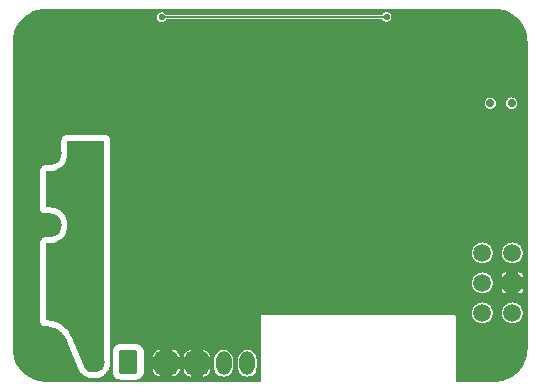
<source format=gbl>
G04*
G04 #@! TF.GenerationSoftware,Altium Limited,Altium Designer,20.1.8 (145)*
G04*
G04 Layer_Physical_Order=2*
G04 Layer_Color=16711680*
%FSAX44Y44*%
%MOMM*%
G71*
G04*
G04 #@! TF.SameCoordinates,10942F88-9478-473C-A78C-30CC682ACA8F*
G04*
G04*
G04 #@! TF.FilePolarity,Positive*
G04*
G01*
G75*
%ADD16C,0.1270*%
%ADD51C,1.5000*%
G04:AMPARAMS|DCode=52|XSize=1.5mm|YSize=1.5mm|CornerRadius=0.15mm|HoleSize=0mm|Usage=FLASHONLY|Rotation=180.000|XOffset=0mm|YOffset=0mm|HoleType=Round|Shape=RoundedRectangle|*
%AMROUNDEDRECTD52*
21,1,1.5000,1.2000,0,0,180.0*
21,1,1.2000,1.5000,0,0,180.0*
1,1,0.3000,-0.6000,0.6000*
1,1,0.3000,0.6000,0.6000*
1,1,0.3000,0.6000,-0.6000*
1,1,0.3000,-0.6000,-0.6000*
%
%ADD52ROUNDEDRECTD52*%
%ADD66C,0.6700*%
G04:AMPARAMS|DCode=67|XSize=1.6mm|YSize=2mm|CornerRadius=0.16mm|HoleSize=0mm|Usage=FLASHONLY|Rotation=0.000|XOffset=0mm|YOffset=0mm|HoleType=Round|Shape=RoundedRectangle|*
%AMROUNDEDRECTD67*
21,1,1.6000,1.6800,0,0,0.0*
21,1,1.2800,2.0000,0,0,0.0*
1,1,0.3200,0.6400,-0.8400*
1,1,0.3200,-0.6400,-0.8400*
1,1,0.3200,-0.6400,0.8400*
1,1,0.3200,0.6400,0.8400*
%
%ADD67ROUNDEDRECTD67*%
%ADD68C,1.8000*%
%ADD69O,4.0000X2.0000*%
%ADD70C,0.7000*%
%ADD71C,3.8000*%
G04:AMPARAMS|DCode=72|XSize=1.3mm|YSize=2mm|CornerRadius=0.65mm|HoleSize=0mm|Usage=FLASHONLY|Rotation=0.000|XOffset=0mm|YOffset=0mm|HoleType=Round|Shape=RoundedRectangle|*
%AMROUNDEDRECTD72*
21,1,1.3000,0.7000,0,0,0.0*
21,1,0.0000,2.0000,0,0,0.0*
1,1,1.3000,0.0000,-0.3500*
1,1,1.3000,0.0000,-0.3500*
1,1,1.3000,0.0000,0.3500*
1,1,1.3000,0.0000,0.3500*
%
%ADD72ROUNDEDRECTD72*%
G04:AMPARAMS|DCode=73|XSize=2mm|YSize=2mm|CornerRadius=0.5mm|HoleSize=0mm|Usage=FLASHONLY|Rotation=0.000|XOffset=0mm|YOffset=0mm|HoleType=Round|Shape=RoundedRectangle|*
%AMROUNDEDRECTD73*
21,1,2.0000,1.0000,0,0,0.0*
21,1,1.0000,2.0000,0,0,0.0*
1,1,1.0000,0.5000,-0.5000*
1,1,1.0000,-0.5000,-0.5000*
1,1,1.0000,-0.5000,0.5000*
1,1,1.0000,0.5000,0.5000*
%
%ADD73ROUNDEDRECTD73*%
%ADD74C,0.6600*%
%ADD75C,0.5600*%
G36*
X00030000Y00317855D02*
X00410000D01*
X00410084Y00317866D01*
X00412187Y00317783D01*
X00414360Y00317526D01*
X00416506Y00317099D01*
X00418612Y00316505D01*
X00420665Y00315748D01*
X00422652Y00314832D01*
X00424562Y00313762D01*
X00426381Y00312547D01*
X00428100Y00311192D01*
X00429706Y00309706D01*
X00431192Y00308099D01*
X00432547Y00306381D01*
X00433762Y00304562D01*
X00434832Y00302652D01*
X00435748Y00300665D01*
X00436505Y00298612D01*
X00437099Y00296506D01*
X00437526Y00294360D01*
X00437783Y00292187D01*
X00437820Y00291262D01*
X00437855Y00290000D01*
X00437855Y00290000D01*
X00437855Y00288761D01*
Y00030000D01*
X00437866Y00029915D01*
X00437783Y00027813D01*
X00437526Y00025640D01*
X00437099Y00023494D01*
X00436505Y00021388D01*
X00435748Y00019335D01*
X00434832Y00017348D01*
X00433762Y00015438D01*
X00432547Y00013619D01*
X00431192Y00011901D01*
X00429706Y00010294D01*
X00428100Y00008808D01*
X00426381Y00007454D01*
X00424562Y00006238D01*
X00422652Y00005168D01*
X00420665Y00004252D01*
X00418612Y00003495D01*
X00416506Y00002901D01*
X00414360Y00002474D01*
X00412187Y00002217D01*
X00411261Y00002181D01*
X00410000Y00002145D01*
X00410000Y00002145D01*
X00408752Y00002145D01*
X00377494D01*
Y00057227D01*
X00377396Y00057722D01*
X00377115Y00058142D01*
X00376695Y00058423D01*
X00376200Y00058522D01*
X00213121D01*
X00212626Y00058423D01*
X00212206Y00058142D01*
X00211925Y00057722D01*
X00211827Y00057227D01*
Y00002145D01*
X00030000D01*
X00029915Y00002134D01*
X00027813Y00002217D01*
X00025640Y00002474D01*
X00023494Y00002901D01*
X00021388Y00003495D01*
X00019335Y00004252D01*
X00017348Y00005168D01*
X00015438Y00006238D01*
X00013619Y00007453D01*
X00011901Y00008808D01*
X00010294Y00010294D01*
X00008808Y00011901D01*
X00007454Y00013619D01*
X00006238Y00015438D01*
X00005168Y00017348D01*
X00004252Y00019335D01*
X00003495Y00021388D01*
X00002901Y00023494D01*
X00002474Y00025640D01*
X00002217Y00027813D01*
X00002134Y00029915D01*
X00002145Y00030000D01*
Y00290369D01*
X00002217Y00292187D01*
X00002474Y00294360D01*
X00002901Y00296506D01*
X00003495Y00298612D01*
X00004252Y00300665D01*
X00005168Y00302652D01*
X00006238Y00304562D01*
X00007453Y00306381D01*
X00008808Y00308099D01*
X00010294Y00309706D01*
X00011901Y00311192D01*
X00013619Y00312547D01*
X00015438Y00313762D01*
X00017348Y00314832D01*
X00019335Y00315748D01*
X00021388Y00316505D01*
X00023494Y00317099D01*
X00025640Y00317526D01*
X00027813Y00317783D01*
X00029915Y00317866D01*
X00030000Y00317855D01*
D02*
G37*
%LPC*%
G36*
X00318568Y00315070D02*
X00317771Y00314991D01*
X00317003Y00314758D01*
X00316296Y00314380D01*
X00315676Y00313872D01*
X00315168Y00313252D01*
X00314981Y00312901D01*
X00131588Y00312901D01*
X00131537Y00312998D01*
X00131028Y00313618D01*
X00130408Y00314126D01*
X00129701Y00314504D01*
X00128934Y00314737D01*
X00128136Y00314816D01*
X00127338Y00314737D01*
X00126571Y00314504D01*
X00125864Y00314126D01*
X00125244Y00313618D01*
X00124736Y00312998D01*
X00124358Y00312291D01*
X00124125Y00311524D01*
X00124046Y00310726D01*
X00124125Y00309928D01*
X00124358Y00309161D01*
X00124736Y00308454D01*
X00125244Y00307834D01*
X00125864Y00307325D01*
X00126571Y00306947D01*
X00127338Y00306715D01*
X00128136Y00306636D01*
X00128934Y00306715D01*
X00129701Y00306947D01*
X00130408Y00307325D01*
X00131028Y00307834D01*
X00131537Y00308454D01*
X00131860Y00309058D01*
X00314981Y00309058D01*
X00315168Y00308708D01*
X00315676Y00308088D01*
X00316296Y00307579D01*
X00317003Y00307201D01*
X00317771Y00306969D01*
X00318568Y00306890D01*
X00319366Y00306969D01*
X00320133Y00307201D01*
X00320840Y00307579D01*
X00321460Y00308088D01*
X00321969Y00308708D01*
X00322347Y00309415D01*
X00322579Y00310182D01*
X00322658Y00310980D01*
X00322579Y00311778D01*
X00322347Y00312545D01*
X00321969Y00313252D01*
X00321460Y00313872D01*
X00320840Y00314380D01*
X00320133Y00314758D01*
X00319366Y00314991D01*
X00318568Y00315070D01*
D02*
G37*
G36*
X00146268Y00278996D02*
X00145612Y00278931D01*
X00144980Y00278740D01*
X00144398Y00278429D01*
X00143888Y00278010D01*
X00143469Y00277500D01*
X00143158Y00276918D01*
X00142967Y00276287D01*
X00142902Y00275630D01*
X00142967Y00274973D01*
X00143158Y00274342D01*
X00143469Y00273760D01*
X00143888Y00273250D01*
X00144398Y00272831D01*
X00144980Y00272520D01*
X00145612Y00272328D01*
X00146268Y00272264D01*
X00146925Y00272328D01*
X00147557Y00272520D01*
X00148139Y00272831D01*
X00148649Y00273250D01*
X00149067Y00273760D01*
X00149378Y00274342D01*
X00149570Y00274973D01*
X00149635Y00275630D01*
X00149570Y00276287D01*
X00149378Y00276918D01*
X00149067Y00277500D01*
X00148649Y00278010D01*
X00148139Y00278429D01*
X00147557Y00278740D01*
X00146925Y00278931D01*
X00146268Y00278996D01*
D02*
G37*
G36*
X00424384Y00242793D02*
X00423449Y00242701D01*
X00422550Y00242428D01*
X00421721Y00241985D01*
X00420995Y00241389D01*
X00420399Y00240663D01*
X00419956Y00239834D01*
X00419683Y00238935D01*
X00419591Y00238000D01*
X00419683Y00237065D01*
X00419956Y00236166D01*
X00420399Y00235337D01*
X00420995Y00234611D01*
X00421721Y00234015D01*
X00422550Y00233572D01*
X00423449Y00233299D01*
X00424384Y00233207D01*
X00425319Y00233299D01*
X00426218Y00233572D01*
X00427047Y00234015D01*
X00427773Y00234611D01*
X00428369Y00235337D01*
X00428812Y00236166D01*
X00429085Y00237065D01*
X00429177Y00238000D01*
X00429085Y00238935D01*
X00428812Y00239834D01*
X00428369Y00240663D01*
X00427773Y00241389D01*
X00427047Y00241985D01*
X00426218Y00242428D01*
X00425319Y00242701D01*
X00424384Y00242793D01*
D02*
G37*
G36*
X00406384D02*
X00405449Y00242701D01*
X00404550Y00242428D01*
X00403721Y00241985D01*
X00402995Y00241389D01*
X00402399Y00240663D01*
X00401956Y00239834D01*
X00401683Y00238935D01*
X00401591Y00238000D01*
X00401683Y00237065D01*
X00401956Y00236166D01*
X00402399Y00235337D01*
X00402995Y00234611D01*
X00403721Y00234015D01*
X00404550Y00233572D01*
X00405449Y00233299D01*
X00406384Y00233207D01*
X00407319Y00233299D01*
X00408218Y00233572D01*
X00409047Y00234015D01*
X00409773Y00234611D01*
X00410369Y00235337D01*
X00410812Y00236166D01*
X00411085Y00237065D01*
X00411177Y00238000D01*
X00411085Y00238935D01*
X00410812Y00239834D01*
X00410369Y00240663D01*
X00409773Y00241389D01*
X00409047Y00241985D01*
X00408218Y00242428D01*
X00407319Y00242701D01*
X00406384Y00242793D01*
D02*
G37*
G36*
X00425066Y00120021D02*
X00423919Y00119946D01*
X00422791Y00119721D01*
X00421703Y00119352D01*
X00420672Y00118843D01*
X00419716Y00118205D01*
X00418851Y00117447D01*
X00418093Y00116582D01*
X00417455Y00115626D01*
X00416946Y00114595D01*
X00416577Y00113507D01*
X00416352Y00112379D01*
X00416277Y00111232D01*
X00416352Y00110085D01*
X00416577Y00108957D01*
X00416946Y00107869D01*
X00417455Y00106838D01*
X00418093Y00105882D01*
X00418851Y00105017D01*
X00419716Y00104259D01*
X00420672Y00103621D01*
X00421703Y00103112D01*
X00422791Y00102743D01*
X00423919Y00102518D01*
X00425066Y00102443D01*
X00426213Y00102518D01*
X00427341Y00102743D01*
X00428429Y00103112D01*
X00429460Y00103621D01*
X00430416Y00104259D01*
X00431281Y00105017D01*
X00432039Y00105882D01*
X00432677Y00106838D01*
X00433186Y00107869D01*
X00433555Y00108957D01*
X00433780Y00110085D01*
X00433855Y00111232D01*
X00433780Y00112379D01*
X00433555Y00113507D01*
X00433186Y00114595D01*
X00432677Y00115626D01*
X00432039Y00116582D01*
X00431281Y00117447D01*
X00430416Y00118205D01*
X00429460Y00118843D01*
X00428429Y00119352D01*
X00427341Y00119721D01*
X00426213Y00119946D01*
X00425066Y00120021D01*
D02*
G37*
G36*
X00399666D02*
X00398519Y00119946D01*
X00397391Y00119721D01*
X00396303Y00119352D01*
X00395272Y00118843D01*
X00394316Y00118205D01*
X00393451Y00117447D01*
X00392693Y00116582D01*
X00392055Y00115626D01*
X00391546Y00114595D01*
X00391177Y00113507D01*
X00390952Y00112379D01*
X00390877Y00111232D01*
X00390952Y00110085D01*
X00391177Y00108957D01*
X00391546Y00107869D01*
X00392055Y00106838D01*
X00392693Y00105882D01*
X00393451Y00105017D01*
X00394316Y00104259D01*
X00395272Y00103621D01*
X00396303Y00103112D01*
X00397391Y00102743D01*
X00398519Y00102518D01*
X00399666Y00102443D01*
X00400813Y00102518D01*
X00401941Y00102743D01*
X00403029Y00103112D01*
X00404060Y00103621D01*
X00405016Y00104259D01*
X00405881Y00105017D01*
X00406639Y00105882D01*
X00407277Y00106838D01*
X00407786Y00107869D01*
X00408155Y00108957D01*
X00408380Y00110085D01*
X00408455Y00111232D01*
X00408380Y00112379D01*
X00408155Y00113507D01*
X00407786Y00114595D01*
X00407277Y00115626D01*
X00406639Y00116582D01*
X00405881Y00117447D01*
X00405016Y00118205D01*
X00404060Y00118843D01*
X00403029Y00119352D01*
X00401941Y00119721D01*
X00400813Y00119946D01*
X00399666Y00120021D01*
D02*
G37*
G36*
X00431066Y00094626D02*
X00430146D01*
Y00090912D01*
X00433860D01*
Y00091832D01*
X00433765Y00092555D01*
X00433486Y00093229D01*
X00433042Y00093808D01*
X00432463Y00094252D01*
X00431789Y00094531D01*
X00431066Y00094626D01*
D02*
G37*
G36*
X00419986D02*
X00419066D01*
X00418343Y00094531D01*
X00417669Y00094252D01*
X00417090Y00093808D01*
X00416646Y00093229D01*
X00416367Y00092555D01*
X00416272Y00091832D01*
Y00090912D01*
X00419986D01*
Y00094626D01*
D02*
G37*
G36*
X00399666Y00094621D02*
X00398519Y00094546D01*
X00397391Y00094321D01*
X00396303Y00093952D01*
X00395272Y00093443D01*
X00394316Y00092805D01*
X00393451Y00092047D01*
X00392693Y00091182D01*
X00392055Y00090226D01*
X00391546Y00089195D01*
X00391177Y00088107D01*
X00390952Y00086979D01*
X00390877Y00085832D01*
X00390952Y00084685D01*
X00391177Y00083557D01*
X00391546Y00082469D01*
X00392055Y00081438D01*
X00392693Y00080482D01*
X00393451Y00079617D01*
X00394316Y00078859D01*
X00395272Y00078221D01*
X00396303Y00077712D01*
X00397391Y00077343D01*
X00398519Y00077118D01*
X00399666Y00077043D01*
X00400813Y00077118D01*
X00401941Y00077343D01*
X00403029Y00077712D01*
X00404060Y00078221D01*
X00405016Y00078859D01*
X00405881Y00079617D01*
X00406639Y00080482D01*
X00407277Y00081438D01*
X00407786Y00082469D01*
X00408155Y00083557D01*
X00408380Y00084685D01*
X00408455Y00085832D01*
X00408380Y00086979D01*
X00408155Y00088107D01*
X00407786Y00089195D01*
X00407277Y00090226D01*
X00406639Y00091182D01*
X00405881Y00092047D01*
X00405016Y00092805D01*
X00404060Y00093443D01*
X00403029Y00093952D01*
X00401941Y00094321D01*
X00400813Y00094546D01*
X00399666Y00094621D01*
D02*
G37*
G36*
X00433860Y00080752D02*
X00430146D01*
Y00077038D01*
X00431066D01*
X00431789Y00077133D01*
X00432463Y00077412D01*
X00433042Y00077856D01*
X00433486Y00078435D01*
X00433765Y00079109D01*
X00433860Y00079832D01*
Y00080752D01*
D02*
G37*
G36*
X00419986D02*
X00416272D01*
Y00079832D01*
X00416367Y00079109D01*
X00416646Y00078435D01*
X00417090Y00077856D01*
X00417669Y00077412D01*
X00418343Y00077133D01*
X00419066Y00077038D01*
X00419986D01*
Y00080752D01*
D02*
G37*
G36*
X00425066Y00069221D02*
X00423919Y00069146D01*
X00422791Y00068921D01*
X00421703Y00068552D01*
X00420672Y00068043D01*
X00419716Y00067405D01*
X00418851Y00066647D01*
X00418093Y00065782D01*
X00417455Y00064826D01*
X00416946Y00063795D01*
X00416577Y00062707D01*
X00416352Y00061579D01*
X00416277Y00060432D01*
X00416352Y00059285D01*
X00416577Y00058157D01*
X00416946Y00057069D01*
X00417455Y00056038D01*
X00418093Y00055082D01*
X00418851Y00054217D01*
X00419716Y00053459D01*
X00420672Y00052821D01*
X00421703Y00052312D01*
X00422791Y00051943D01*
X00423919Y00051718D01*
X00425066Y00051643D01*
X00426213Y00051718D01*
X00427341Y00051943D01*
X00428429Y00052312D01*
X00429460Y00052821D01*
X00430416Y00053459D01*
X00431281Y00054217D01*
X00432039Y00055082D01*
X00432677Y00056038D01*
X00433186Y00057069D01*
X00433555Y00058157D01*
X00433780Y00059285D01*
X00433855Y00060432D01*
X00433780Y00061579D01*
X00433555Y00062707D01*
X00433186Y00063795D01*
X00432677Y00064826D01*
X00432039Y00065782D01*
X00431281Y00066647D01*
X00430416Y00067405D01*
X00429460Y00068043D01*
X00428429Y00068552D01*
X00427341Y00068921D01*
X00426213Y00069146D01*
X00425066Y00069221D01*
D02*
G37*
G36*
X00399666D02*
X00398519Y00069146D01*
X00397391Y00068921D01*
X00396303Y00068552D01*
X00395272Y00068043D01*
X00394316Y00067405D01*
X00393451Y00066647D01*
X00392693Y00065782D01*
X00392055Y00064826D01*
X00391546Y00063795D01*
X00391177Y00062707D01*
X00390952Y00061579D01*
X00390877Y00060432D01*
X00390952Y00059285D01*
X00391177Y00058157D01*
X00391546Y00057069D01*
X00392055Y00056038D01*
X00392693Y00055082D01*
X00393451Y00054217D01*
X00394316Y00053459D01*
X00395272Y00052821D01*
X00396303Y00052312D01*
X00397391Y00051943D01*
X00398519Y00051718D01*
X00399666Y00051643D01*
X00400813Y00051718D01*
X00401941Y00051943D01*
X00403029Y00052312D01*
X00404060Y00052821D01*
X00405016Y00053459D01*
X00405881Y00054217D01*
X00406639Y00055082D01*
X00407277Y00056038D01*
X00407786Y00057069D01*
X00408155Y00058157D01*
X00408380Y00059285D01*
X00408455Y00060432D01*
X00408380Y00061579D01*
X00408155Y00062707D01*
X00407786Y00063795D01*
X00407277Y00064826D01*
X00406639Y00065782D01*
X00405881Y00066647D01*
X00405016Y00067405D01*
X00404060Y00068043D01*
X00403029Y00068552D01*
X00401941Y00068921D01*
X00400813Y00069146D01*
X00399666Y00069221D01*
D02*
G37*
G36*
X00137140Y00029287D02*
Y00023084D01*
X00143343D01*
X00143272Y00023988D01*
X00143042Y00024948D01*
X00142664Y00025859D01*
X00142148Y00026701D01*
X00141507Y00027451D01*
X00140757Y00028092D01*
X00139915Y00028608D01*
X00139004Y00028986D01*
X00138044Y00029216D01*
X00137140Y00029287D01*
D02*
G37*
G36*
X00126980D02*
X00126076Y00029216D01*
X00125117Y00028986D01*
X00124205Y00028608D01*
X00123363Y00028092D01*
X00122613Y00027451D01*
X00121972Y00026701D01*
X00121456Y00025859D01*
X00121078Y00024948D01*
X00120848Y00023988D01*
X00120777Y00023084D01*
X00126980D01*
Y00029287D01*
D02*
G37*
G36*
X00163048Y00029033D02*
Y00022830D01*
X00169251D01*
X00169180Y00023734D01*
X00168950Y00024694D01*
X00168572Y00025605D01*
X00168056Y00026447D01*
X00167415Y00027197D01*
X00166665Y00027838D01*
X00165823Y00028354D01*
X00164912Y00028732D01*
X00163952Y00028962D01*
X00163048Y00029033D01*
D02*
G37*
G36*
X00152888D02*
X00151984Y00028962D01*
X00151025Y00028732D01*
X00150113Y00028354D01*
X00149271Y00027838D01*
X00148521Y00027197D01*
X00147880Y00026447D01*
X00147364Y00025605D01*
X00146986Y00024694D01*
X00146756Y00023734D01*
X00146685Y00022830D01*
X00152888D01*
Y00029033D01*
D02*
G37*
G36*
X00143343Y00012924D02*
X00137140D01*
Y00006721D01*
X00138044Y00006792D01*
X00139004Y00007023D01*
X00139915Y00007400D01*
X00140757Y00007916D01*
X00141507Y00008557D01*
X00142148Y00009307D01*
X00142664Y00010149D01*
X00143042Y00011061D01*
X00143272Y00012020D01*
X00143343Y00012924D01*
D02*
G37*
G36*
X00126980D02*
X00120777D01*
X00120848Y00012020D01*
X00121078Y00011061D01*
X00121456Y00010149D01*
X00121972Y00009307D01*
X00122613Y00008557D01*
X00123363Y00007916D01*
X00124205Y00007400D01*
X00125117Y00007023D01*
X00126076Y00006792D01*
X00126980Y00006721D01*
Y00012924D01*
D02*
G37*
G36*
X00169251Y00012670D02*
X00163048D01*
Y00006467D01*
X00163952Y00006538D01*
X00164912Y00006769D01*
X00165823Y00007146D01*
X00166665Y00007662D01*
X00167415Y00008303D01*
X00168056Y00009053D01*
X00168572Y00009895D01*
X00168950Y00010806D01*
X00169180Y00011766D01*
X00169251Y00012670D01*
D02*
G37*
G36*
X00152888D02*
X00146685D01*
X00146756Y00011766D01*
X00146986Y00010806D01*
X00147364Y00009895D01*
X00147880Y00009053D01*
X00148521Y00008303D01*
X00149271Y00007662D01*
X00150113Y00007146D01*
X00151025Y00006769D01*
X00151984Y00006538D01*
X00152888Y00006467D01*
Y00012670D01*
D02*
G37*
G36*
X00200640Y00029044D02*
X00199421Y00028948D01*
X00198232Y00028663D01*
X00197102Y00028195D01*
X00196059Y00027556D01*
X00195129Y00026761D01*
X00194335Y00025831D01*
X00193696Y00024788D01*
X00193228Y00023659D01*
X00192942Y00022469D01*
X00192846Y00021250D01*
Y00014250D01*
X00192942Y00013031D01*
X00193228Y00011842D01*
X00193696Y00010712D01*
X00194335Y00009669D01*
X00195129Y00008739D01*
X00196059Y00007944D01*
X00197102Y00007305D01*
X00198232Y00006837D01*
X00199421Y00006552D01*
X00200640Y00006456D01*
X00201859Y00006552D01*
X00203048Y00006837D01*
X00204178Y00007305D01*
X00205221Y00007944D01*
X00206151Y00008739D01*
X00206945Y00009669D01*
X00207584Y00010712D01*
X00208053Y00011842D01*
X00208338Y00013031D01*
X00208434Y00014250D01*
Y00021250D01*
X00208338Y00022469D01*
X00208053Y00023659D01*
X00207584Y00024788D01*
X00206945Y00025831D01*
X00206151Y00026761D01*
X00205221Y00027556D01*
X00204178Y00028195D01*
X00203048Y00028663D01*
X00201859Y00028948D01*
X00200640Y00029044D01*
D02*
G37*
G36*
X00180524D02*
X00179305Y00028948D01*
X00178116Y00028663D01*
X00176986Y00028195D01*
X00175943Y00027556D01*
X00175013Y00026761D01*
X00174219Y00025831D01*
X00173580Y00024788D01*
X00173111Y00023659D01*
X00172826Y00022469D01*
X00172730Y00021250D01*
Y00014250D01*
X00172826Y00013031D01*
X00173111Y00011842D01*
X00173580Y00010712D01*
X00174219Y00009669D01*
X00175013Y00008739D01*
X00175943Y00007944D01*
X00176986Y00007305D01*
X00178116Y00006837D01*
X00179305Y00006552D01*
X00180524Y00006456D01*
X00181743Y00006552D01*
X00182932Y00006837D01*
X00184062Y00007305D01*
X00185105Y00007944D01*
X00186035Y00008739D01*
X00186829Y00009669D01*
X00187468Y00010712D01*
X00187937Y00011842D01*
X00188222Y00013031D01*
X00188318Y00014250D01*
Y00021250D01*
X00188222Y00022469D01*
X00187937Y00023659D01*
X00187468Y00024788D01*
X00186829Y00025831D01*
X00186035Y00026761D01*
X00185105Y00027556D01*
X00184062Y00028195D01*
X00182932Y00028663D01*
X00181743Y00028948D01*
X00180524Y00029044D01*
D02*
G37*
G36*
X00079591Y00211361D02*
X00048353Y00211361D01*
X00047357Y00211263D01*
X00046399Y00210972D01*
X00045517Y00210501D01*
X00044743Y00209866D01*
X00044109Y00209092D01*
X00043637Y00208210D01*
X00043346Y00207252D01*
X00043248Y00206256D01*
X00043248Y00195631D01*
X00043178Y00194383D01*
X00042991Y00193279D01*
X00042681Y00192202D01*
X00042252Y00191167D01*
X00041710Y00190187D01*
X00041061Y00189273D01*
X00040315Y00188437D01*
X00039479Y00187691D01*
X00038565Y00187042D01*
X00037585Y00186500D01*
X00036550Y00186072D01*
X00035473Y00185761D01*
X00034369Y00185574D01*
X00033107Y00185503D01*
X00030000D01*
X00029004Y00185405D01*
X00028047Y00185114D01*
X00027164Y00184643D01*
X00026391Y00184008D01*
X00025756Y00183234D01*
X00025284Y00182352D01*
X00024994Y00181394D01*
X00024895Y00180398D01*
X00024895Y00149608D01*
X00024994Y00148612D01*
X00025284Y00147654D01*
X00025756Y00146772D01*
X00026391Y00145998D01*
X00027164Y00145364D01*
X00028047Y00144892D01*
X00029004Y00144601D01*
X00030000Y00144503D01*
X00033107D01*
X00034369Y00144432D01*
X00035473Y00144245D01*
X00036550Y00143935D01*
X00037585Y00143506D01*
X00038565Y00142964D01*
X00039479Y00142316D01*
X00040315Y00141569D01*
X00041061Y00140733D01*
X00041710Y00139820D01*
X00042252Y00138839D01*
X00042681Y00137804D01*
X00042991Y00136727D01*
X00043178Y00135623D01*
X00043241Y00134504D01*
X00043178Y00133385D01*
X00042991Y00132281D01*
X00042681Y00131204D01*
X00042252Y00130169D01*
X00041710Y00129189D01*
X00041061Y00128275D01*
X00040315Y00127439D01*
X00039479Y00126693D01*
X00038565Y00126044D01*
X00037585Y00125503D01*
X00036550Y00125074D01*
X00035473Y00124763D01*
X00034369Y00124576D01*
X00033107Y00124505D01*
X00030000D01*
X00029004Y00124407D01*
X00028047Y00124116D01*
X00027164Y00123645D01*
X00026391Y00123010D01*
X00025756Y00122236D01*
X00025284Y00121354D01*
X00024994Y00120396D01*
X00024896Y00119400D01*
X00024896Y00054103D01*
X00024934Y00053716D01*
X00024955Y00053326D01*
X00024983Y00053218D01*
X00024994Y00053107D01*
X00025107Y00052734D01*
X00025203Y00052357D01*
X00025252Y00052256D01*
X00025284Y00052150D01*
X00025468Y00051806D01*
X00025636Y00051455D01*
X00025703Y00051365D01*
X00025756Y00051267D01*
X00026003Y00050966D01*
X00026237Y00050654D01*
X00026320Y00050580D01*
X00026391Y00050493D01*
X00026692Y00050247D01*
X00026982Y00049986D01*
X00027078Y00049929D01*
X00027164Y00049859D01*
X00027507Y00049675D01*
X00027843Y00049477D01*
X00027948Y00049440D01*
X00028047Y00049387D01*
X00028419Y00049274D01*
X00028787Y00049145D01*
X00028897Y00049129D01*
X00029004Y00049096D01*
X00029392Y00049058D01*
X00029777Y00049003D01*
X00031655Y00048921D01*
X00033298Y00048705D01*
X00034916Y00048346D01*
X00036496Y00047848D01*
X00038027Y00047214D01*
X00039497Y00046449D01*
X00040894Y00045559D01*
X00042209Y00044550D01*
X00043430Y00043430D01*
X00044550Y00042209D01*
X00045559Y00040894D01*
X00046449Y00039497D01*
X00046847Y00038731D01*
X00046905Y00038643D01*
X00046948Y00038546D01*
X00047417Y00037731D01*
X00047788Y00036849D01*
X00057590Y00013552D01*
X00057830Y00012981D01*
X00057998Y00012670D01*
X00058148Y00012349D01*
X00058786Y00011274D01*
X00058996Y00010989D01*
X00059189Y00010692D01*
X00059970Y00009716D01*
X00060217Y00009462D01*
X00060449Y00009195D01*
X00061357Y00008336D01*
X00061637Y00008119D01*
X00061903Y00007886D01*
X00062922Y00007161D01*
X00063229Y00006985D01*
X00063525Y00006792D01*
X00064634Y00006214D01*
X00064962Y00006082D01*
X00065283Y00005932D01*
X00066461Y00005513D01*
X00066804Y00005428D01*
X00067142Y00005323D01*
X00068367Y00005071D01*
X00068719Y00005034D01*
X00069068Y00004977D01*
X00070316Y00004897D01*
X00070670Y00004909D01*
X00071023Y00004901D01*
X00072270Y00004994D01*
X00072619Y00005055D01*
X00072970Y00005095D01*
X00074192Y00005360D01*
X00074529Y00005469D01*
X00074872Y00005558D01*
X00076045Y00005989D01*
X00076364Y00006143D01*
X00076691Y00006278D01*
X00077794Y00006867D01*
X00078088Y00007064D01*
X00078393Y00007243D01*
X00079404Y00007979D01*
X00079668Y00008215D01*
X00079945Y00008434D01*
X00080845Y00009303D01*
X00081074Y00009573D01*
X00081318Y00009829D01*
X00082089Y00010814D01*
X00082278Y00011112D01*
X00082485Y00011400D01*
X00083112Y00012481D01*
X00083258Y00012803D01*
X00083423Y00013117D01*
X00083895Y00014275D01*
X00083995Y00014614D01*
X00084115Y00014947D01*
X00084422Y00016159D01*
X00084475Y00016509D01*
X00084548Y00016855D01*
X00084684Y00018098D01*
X00084688Y00018452D01*
X00084712Y00018805D01*
X00084696Y00019339D01*
X00084696Y00206257D01*
X00084598Y00207252D01*
X00084307Y00208210D01*
X00083836Y00209092D01*
X00083201Y00209866D01*
X00082427Y00210501D01*
X00081545Y00210972D01*
X00080587Y00211263D01*
X00079591Y00211361D01*
D02*
G37*
G36*
X00106128Y00034121D02*
X00093328D01*
X00092279Y00034038D01*
X00091257Y00033793D01*
X00090286Y00033390D01*
X00089389Y00032841D01*
X00088589Y00032158D01*
X00087907Y00031359D01*
X00087357Y00030462D01*
X00086955Y00029491D01*
X00086709Y00028468D01*
X00086627Y00027420D01*
Y00010620D01*
X00086709Y00009572D01*
X00086955Y00008549D01*
X00087357Y00007578D01*
X00087907Y00006682D01*
X00088589Y00005882D01*
X00089389Y00005199D01*
X00090286Y00004650D01*
X00091257Y00004247D01*
X00092279Y00004002D01*
X00093328Y00003919D01*
X00106128D01*
X00107176Y00004002D01*
X00108198Y00004247D01*
X00109170Y00004650D01*
X00110066Y00005199D01*
X00110866Y00005882D01*
X00111548Y00006682D01*
X00112098Y00007578D01*
X00112500Y00008549D01*
X00112746Y00009572D01*
X00112828Y00010620D01*
Y00027420D01*
X00112746Y00028468D01*
X00112500Y00029491D01*
X00112098Y00030462D01*
X00111548Y00031359D01*
X00110866Y00032158D01*
X00110066Y00032841D01*
X00109170Y00033390D01*
X00108198Y00033793D01*
X00107176Y00034038D01*
X00106128Y00034121D01*
D02*
G37*
%LPD*%
G36*
X00079591Y00019279D02*
X00079591Y00019279D01*
X00079609Y00018654D01*
X00079473Y00017411D01*
X00079167Y00016199D01*
X00078695Y00015041D01*
X00078068Y00013959D01*
X00077298Y00012974D01*
X00076399Y00012106D01*
X00075388Y00011370D01*
X00074285Y00010780D01*
X00073112Y00010349D01*
X00071890Y00010084D01*
X00070643Y00009991D01*
X00069395Y00010071D01*
X00068170Y00010323D01*
X00066992Y00010741D01*
X00065883Y00011319D01*
X00064865Y00012044D01*
X00063956Y00012904D01*
X00063175Y00013880D01*
X00062537Y00014955D01*
X00062295Y00015532D01*
X00052493Y00038829D01*
X00052000Y00040000D01*
Y00040000D01*
X00051375Y00041088D01*
X00050874Y00042052D01*
X00049744Y00043825D01*
X00048464Y00045493D01*
X00047043Y00047043D01*
X00045493Y00048464D01*
X00043825Y00049744D01*
X00042052Y00050874D01*
X00040186Y00051845D01*
X00038244Y00052649D01*
X00036238Y00053282D01*
X00034186Y00053737D01*
X00032101Y00054011D01*
X00030000Y00054103D01*
X00030000Y00119400D01*
X00033250D01*
X00034941Y00119495D01*
X00036611Y00119779D01*
X00038238Y00120248D01*
X00039803Y00120896D01*
X00041286Y00121715D01*
X00042667Y00122696D01*
X00043930Y00123824D01*
X00045059Y00125087D01*
X00046039Y00126468D01*
X00046858Y00127951D01*
X00047506Y00129516D01*
X00047975Y00131143D01*
X00048259Y00132813D01*
X00048354Y00134504D01*
X00048259Y00136195D01*
X00047975Y00137865D01*
X00047506Y00139493D01*
X00046858Y00141058D01*
X00046039Y00142540D01*
X00045059Y00143921D01*
X00043930Y00145184D01*
X00042667Y00146313D01*
X00041286Y00147293D01*
X00039803Y00148112D01*
X00038238Y00148760D01*
X00036611Y00149229D01*
X00034941Y00149513D01*
X00033250Y00149608D01*
X00030000D01*
X00030000Y00180398D01*
X00033250D01*
X00034941Y00180493D01*
X00036611Y00180777D01*
X00038238Y00181246D01*
X00039803Y00181894D01*
X00041286Y00182713D01*
X00042667Y00183693D01*
X00043930Y00184822D01*
X00045059Y00186085D01*
X00046039Y00187466D01*
X00046858Y00188949D01*
X00047506Y00190514D01*
X00047975Y00192141D01*
X00048259Y00193811D01*
X00048354Y00195502D01*
X00048353Y00195516D01*
X00048353Y00206256D01*
X00079591Y00206257D01*
X00079591Y00019279D01*
D02*
G37*
D16*
X00129152Y00310980D02*
X00318568Y00310980D01*
D51*
X00146270Y00275632D02*
D03*
X00399666Y00111232D02*
D03*
Y00085832D02*
D03*
Y00060432D02*
D03*
X00425066D02*
D03*
Y00111232D02*
D03*
D52*
Y00085832D02*
D03*
D66*
X00146268Y00275630D02*
D03*
D67*
X00099727Y00019020D02*
D03*
D68*
X00070592D02*
D03*
D69*
X00023250Y00195502D02*
D03*
Y00134504D02*
D03*
X00416750Y00195502D02*
D03*
Y00134504D02*
D03*
D70*
X00424384Y00238000D02*
D03*
X00406384D02*
D03*
D71*
X00410000Y00290000D02*
D03*
Y00030000D02*
D03*
X00030000D02*
D03*
Y00290000D02*
D03*
D72*
X00200640Y00017750D02*
D03*
X00180524D02*
D03*
D73*
X00157968D02*
D03*
X00132060Y00018004D02*
D03*
D74*
X00186062Y00255000D02*
D03*
X00178375D02*
D03*
X00099846Y00275729D02*
D03*
X00060708D02*
D03*
X00080277D02*
D03*
X00109631D02*
D03*
X00090062D02*
D03*
X00070492D02*
D03*
X00023134Y00238674D02*
D03*
Y00246981D02*
D03*
Y00230038D02*
D03*
X00170687Y00255000D02*
D03*
X00193750D02*
D03*
X00193750Y00240500D02*
D03*
Y00247750D02*
D03*
X00226239Y00244078D02*
D03*
X00209998Y00236712D02*
D03*
X00218111Y00244078D02*
D03*
Y00236750D02*
D03*
X00226239D02*
D03*
X00075421Y00202904D02*
D03*
Y00185146D02*
D03*
X00174244Y00142885D02*
D03*
X00075421Y00131369D02*
D03*
Y00113938D02*
D03*
X00153273Y00038415D02*
D03*
X00162450D02*
D03*
X00144097D02*
D03*
X00134920D02*
D03*
X00166884Y00032746D02*
D03*
X00209998Y00244078D02*
D03*
X00172656Y00054740D02*
D03*
X00366432Y00235972D02*
D03*
X00308430Y00293380D02*
D03*
X00372964Y00240520D02*
D03*
X00130214Y00032746D02*
D03*
X00300549Y00293380D02*
D03*
X00292668D02*
D03*
X00186750Y00186055D02*
D03*
X00284370Y00293380D02*
D03*
X00276073D02*
D03*
X00415290Y00238000D02*
D03*
X00052158Y00185146D02*
D03*
X00059912D02*
D03*
X00067667D02*
D03*
X00052158Y00131369D02*
D03*
X00059912D02*
D03*
X00067667D02*
D03*
X00139390Y00032746D02*
D03*
X00157743D02*
D03*
X00075421Y00043208D02*
D03*
X00067667D02*
D03*
X00059912D02*
D03*
X00052158Y00061958D02*
D03*
X00059912D02*
D03*
X00067667D02*
D03*
X00075421D02*
D03*
X00067667Y00113938D02*
D03*
X00059912D02*
D03*
X00052158D02*
D03*
X00059912Y00034778D02*
D03*
X00067667D02*
D03*
X00075421D02*
D03*
X00259478Y00293380D02*
D03*
X00267776D02*
D03*
X00148567Y00032746D02*
D03*
X00067667Y00202904D02*
D03*
X00059912D02*
D03*
X00052158D02*
D03*
X00195156Y00091420D02*
D03*
D75*
X00318568Y00310980D02*
D03*
X00128136Y00310726D02*
D03*
M02*

</source>
